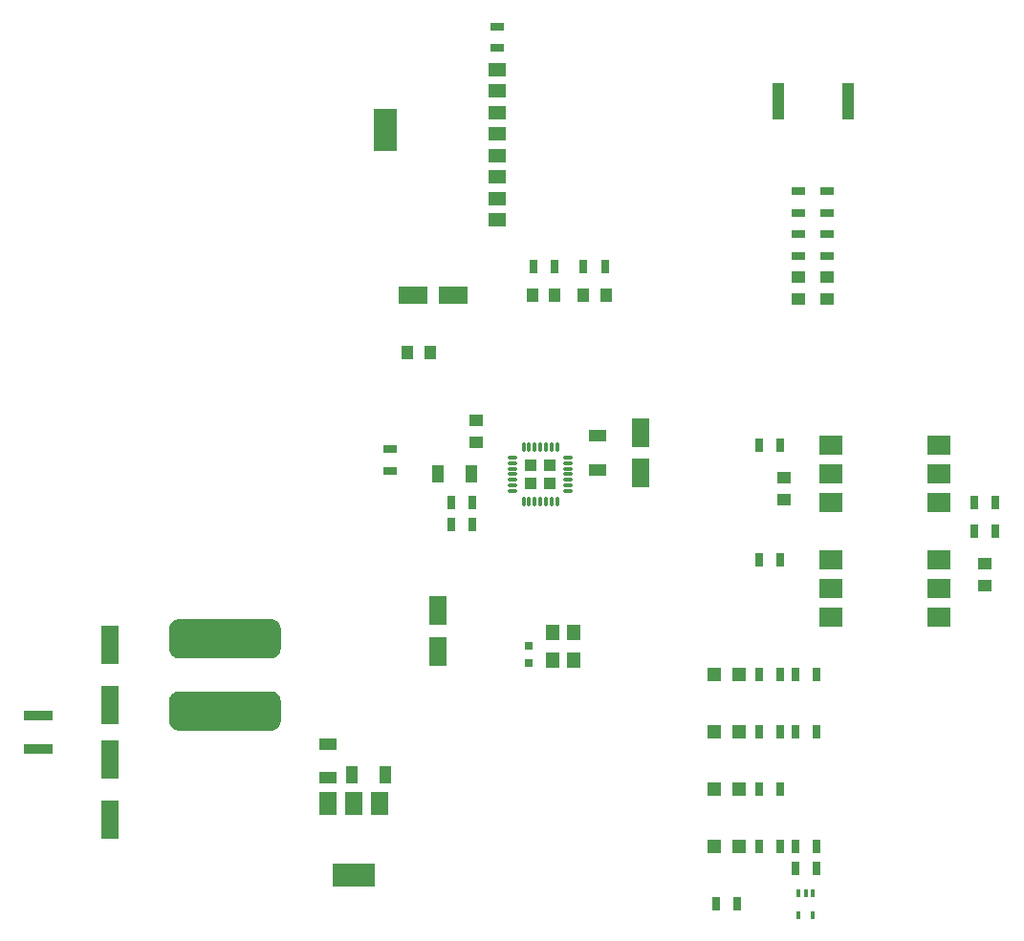
<source format=gbr>
%TF.GenerationSoftware,KiCad,Pcbnew,(5.1.6)-1*%
%TF.CreationDate,2020-06-29T23:41:49+02:00*%
%TF.ProjectId,EnergyMonitor,456e6572-6779-44d6-9f6e-69746f722e6b,1.0*%
%TF.SameCoordinates,Original*%
%TF.FileFunction,Paste,Top*%
%TF.FilePolarity,Positive*%
%FSLAX46Y46*%
G04 Gerber Fmt 4.6, Leading zero omitted, Abs format (unit mm)*
G04 Created by KiCad (PCBNEW (5.1.6)-1) date 2020-06-29 23:41:49*
%MOMM*%
%LPD*%
G01*
G04 APERTURE LIST*
%ADD10R,1.000000X3.200000*%
%ADD11R,1.500000X1.200000*%
%ADD12R,0.700000X1.300000*%
%ADD13R,2.500000X0.900000*%
%ADD14R,1.250000X1.000000*%
%ADD15R,2.000000X1.780000*%
%ADD16R,1.000000X1.250000*%
%ADD17R,0.750000X0.800000*%
%ADD18R,1.600000X3.500000*%
%ADD19R,1.200000X1.400000*%
%ADD20O,0.300000X0.850000*%
%ADD21O,0.850000X0.300000*%
%ADD22R,1.005000X1.005000*%
%ADD23R,3.800000X2.000000*%
%ADD24R,1.500000X2.000000*%
%ADD25R,0.400000X0.650000*%
%ADD26R,2.000000X3.800000*%
%ADD27R,1.300000X0.700000*%
%ADD28R,1.200000X1.200000*%
%ADD29R,1.000000X1.600000*%
%ADD30R,1.600000X2.600000*%
%ADD31R,2.600000X1.600000*%
%ADD32R,1.600000X1.000000*%
G04 APERTURE END LIST*
D10*
%TO.C,R1*%
X120560000Y-91260000D03*
X126760000Y-91260000D03*
%TD*%
D11*
%TO.C,R7*%
X95720000Y-99835000D03*
X95720000Y-101735000D03*
%TD*%
%TO.C,R6*%
X95720000Y-96025000D03*
X95720000Y-97925000D03*
%TD*%
%TO.C,R5*%
X95720000Y-92215000D03*
X95720000Y-94115000D03*
%TD*%
%TO.C,R4*%
X95720000Y-88405000D03*
X95720000Y-90305000D03*
%TD*%
D12*
%TO.C,R9*%
X103345000Y-105865000D03*
X105245000Y-105865000D03*
%TD*%
%TO.C,R12*%
X118900000Y-121740000D03*
X120800000Y-121740000D03*
%TD*%
D13*
%TO.C,L2*%
X55080000Y-145690000D03*
X55080000Y-148590000D03*
%TD*%
D12*
%TO.C,R23*%
X139850000Y-129360000D03*
X137950000Y-129360000D03*
%TD*%
D14*
%TO.C,C13*%
X121120000Y-124550000D03*
X121120000Y-126550000D03*
%TD*%
%TO.C,C15*%
X138900000Y-134170000D03*
X138900000Y-132170000D03*
%TD*%
D15*
%TO.C,U3*%
X134775000Y-126820000D03*
X125245000Y-121740000D03*
X134775000Y-124280000D03*
X125245000Y-124280000D03*
X134775000Y-121740000D03*
X125245000Y-126820000D03*
%TD*%
%TO.C,U4*%
X125245000Y-131900000D03*
X134775000Y-136980000D03*
X125245000Y-134440000D03*
X134775000Y-134440000D03*
X125245000Y-136980000D03*
X134775000Y-131900000D03*
%TD*%
D16*
%TO.C,C25*%
X87735000Y-113485000D03*
X89735000Y-113485000D03*
%TD*%
%TO.C,L1*%
G36*
G01*
X66640000Y-146135000D02*
X66640000Y-144385000D01*
G75*
G02*
X67515000Y-143510000I875000J0D01*
G01*
X75665000Y-143510000D01*
G75*
G02*
X76540000Y-144385000I0J-875000D01*
G01*
X76540000Y-146135000D01*
G75*
G02*
X75665000Y-147010000I-875000J0D01*
G01*
X67515000Y-147010000D01*
G75*
G02*
X66640000Y-146135000I0J875000D01*
G01*
G37*
G36*
G01*
X66640000Y-139735000D02*
X66640000Y-137985000D01*
G75*
G02*
X67515000Y-137110000I875000J0D01*
G01*
X75665000Y-137110000D01*
G75*
G02*
X76540000Y-137985000I0J-875000D01*
G01*
X76540000Y-139735000D01*
G75*
G02*
X75665000Y-140610000I-875000J0D01*
G01*
X67515000Y-140610000D01*
G75*
G02*
X66640000Y-139735000I0J875000D01*
G01*
G37*
%TD*%
D14*
%TO.C,C8*%
X93815000Y-121470000D03*
X93815000Y-119470000D03*
%TD*%
D17*
%TO.C,C12*%
X98514000Y-139520000D03*
X98514000Y-141020000D03*
%TD*%
D18*
%TO.C,C20*%
X61430000Y-149520000D03*
X61430000Y-154920000D03*
%TD*%
D19*
%TO.C,X1*%
X102512000Y-140720000D03*
X102512000Y-138320000D03*
X100612000Y-138320000D03*
X100612000Y-140720000D03*
%TD*%
D20*
%TO.C,U1*%
X98030000Y-126730000D03*
X98530000Y-126730000D03*
X99030000Y-126730000D03*
X99530000Y-126730000D03*
X100030000Y-126730000D03*
X100530000Y-126730000D03*
X101030000Y-126730000D03*
D21*
X101980000Y-125780000D03*
X101980000Y-125280000D03*
X101980000Y-124780000D03*
X101980000Y-124280000D03*
X101980000Y-123780000D03*
X101980000Y-123280000D03*
X101980000Y-122780000D03*
D20*
X101030000Y-121830000D03*
X100530000Y-121830000D03*
X100030000Y-121830000D03*
X99530000Y-121830000D03*
X99030000Y-121830000D03*
X98530000Y-121830000D03*
X98030000Y-121830000D03*
D21*
X97080000Y-122780000D03*
X97080000Y-123280000D03*
X97080000Y-123780000D03*
X97080000Y-124280000D03*
X97080000Y-124780000D03*
X97080000Y-125280000D03*
X97080000Y-125780000D03*
D22*
X100367500Y-123442500D03*
X98692500Y-123442500D03*
X100367500Y-125117500D03*
X98692500Y-125117500D03*
%TD*%
D23*
%TO.C,U12*%
X83020000Y-159790000D03*
D24*
X83020000Y-153490000D03*
X80720000Y-153490000D03*
X85320000Y-153490000D03*
%TD*%
D25*
%TO.C,U7*%
X123675000Y-161430000D03*
X122375000Y-161430000D03*
X123025000Y-161430000D03*
X122375000Y-163330000D03*
X123675000Y-163330000D03*
%TD*%
D26*
%TO.C,TP9*%
X85800000Y-93800000D03*
%TD*%
D27*
%TO.C,R27*%
X86195000Y-122060000D03*
X86195000Y-123960000D03*
%TD*%
D12*
%TO.C,R24*%
X120800000Y-152220000D03*
X118900000Y-152220000D03*
%TD*%
%TO.C,R22*%
X139850000Y-126820000D03*
X137950000Y-126820000D03*
%TD*%
%TO.C,R13*%
X120800000Y-131900000D03*
X118900000Y-131900000D03*
%TD*%
%TO.C,R19*%
X122075000Y-157300000D03*
X123975000Y-157300000D03*
%TD*%
%TO.C,R21*%
X118900000Y-157300000D03*
X120800000Y-157300000D03*
%TD*%
%TO.C,R18*%
X123975000Y-159205000D03*
X122075000Y-159205000D03*
%TD*%
%TO.C,R17*%
X118900000Y-147140000D03*
X120800000Y-147140000D03*
%TD*%
%TO.C,R16*%
X123975000Y-147140000D03*
X122075000Y-147140000D03*
%TD*%
%TO.C,R15*%
X118900000Y-142060000D03*
X120800000Y-142060000D03*
%TD*%
%TO.C,R14*%
X123975000Y-142060000D03*
X122075000Y-142060000D03*
%TD*%
%TO.C,R20*%
X115090000Y-162380000D03*
X116990000Y-162380000D03*
%TD*%
%TO.C,R11*%
X91595000Y-128725000D03*
X93495000Y-128725000D03*
%TD*%
%TO.C,R10*%
X91595000Y-126820000D03*
X93495000Y-126820000D03*
%TD*%
D27*
%TO.C,R3*%
X124930000Y-104910000D03*
X124930000Y-103010000D03*
%TD*%
%TO.C,R2*%
X122390000Y-104910000D03*
X122390000Y-103010000D03*
%TD*%
D12*
%TO.C,R8*%
X100800000Y-105865000D03*
X98900000Y-105865000D03*
%TD*%
D28*
%TO.C,LD3*%
X117140000Y-152220000D03*
X114940000Y-152220000D03*
%TD*%
%TO.C,LD2*%
X117140000Y-147140000D03*
X114940000Y-147140000D03*
%TD*%
%TO.C,LD1*%
X117140000Y-142060000D03*
X114940000Y-142060000D03*
%TD*%
%TO.C,LD4*%
X117140000Y-157300000D03*
X114940000Y-157300000D03*
%TD*%
D27*
%TO.C,FB3*%
X95720000Y-84595000D03*
X95720000Y-86495000D03*
%TD*%
%TO.C,FB2*%
X124930000Y-101100000D03*
X124930000Y-99200000D03*
%TD*%
%TO.C,FB1*%
X122390000Y-101100000D03*
X122390000Y-99200000D03*
%TD*%
D29*
%TO.C,C23*%
X82790000Y-150950000D03*
X85790000Y-150950000D03*
%TD*%
D30*
%TO.C,C22*%
X90475000Y-139975000D03*
X90475000Y-136375000D03*
%TD*%
D31*
%TO.C,C24*%
X88205000Y-108405000D03*
X91805000Y-108405000D03*
%TD*%
D32*
%TO.C,C21*%
X80734000Y-148180000D03*
X80734000Y-151180000D03*
%TD*%
D18*
%TO.C,C19*%
X61430000Y-144760000D03*
X61430000Y-139360000D03*
%TD*%
D29*
%TO.C,C7*%
X93410000Y-124280000D03*
X90410000Y-124280000D03*
%TD*%
D32*
%TO.C,C6*%
X104610000Y-123875000D03*
X104610000Y-120875000D03*
%TD*%
D30*
%TO.C,C5*%
X108420000Y-124175000D03*
X108420000Y-120575000D03*
%TD*%
D16*
%TO.C,C4*%
X103340000Y-108405000D03*
X105340000Y-108405000D03*
%TD*%
D14*
%TO.C,C2*%
X124930000Y-106770000D03*
X124930000Y-108770000D03*
%TD*%
D16*
%TO.C,C3*%
X100800000Y-108405000D03*
X98800000Y-108405000D03*
%TD*%
D14*
%TO.C,C1*%
X122390000Y-106770000D03*
X122390000Y-108770000D03*
%TD*%
M02*

</source>
